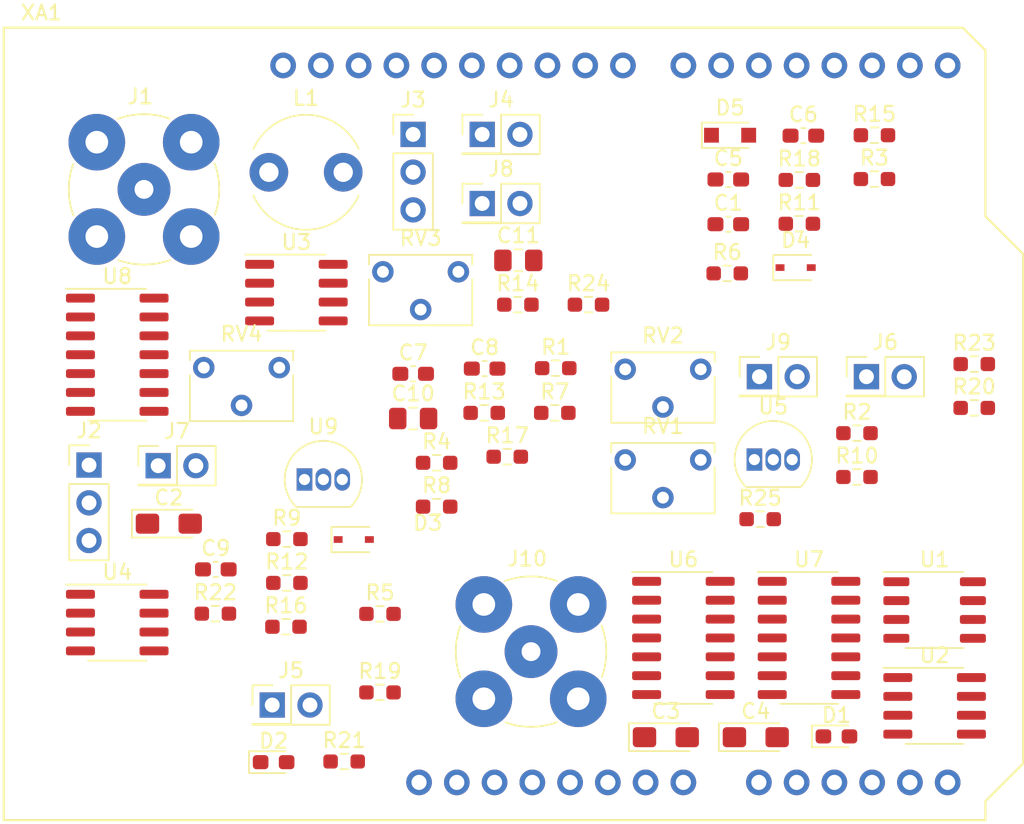
<source format=kicad_pcb>
(kicad_pcb (version 20211014) (generator pcbnew)
  (layers (0 "F.Cu" signal) (31 "B.Cu" signal) (36 "B.SilkS" user "B.Silkscreen") (37 "F.SilkS" user "F.Silkscreen") (38 "B.Mask" user) (39 "F.Mask" user) (44 "Edge.Cuts" user))
  (net 0 "")
  (net 1 "Net-(R17-Pad2)")
  (net 2 "Net-(D3-Pad2)")
  (net 3 "Net-(C5-Pad2)")
  (net 4 "Net-(C2-Pad2)")
  (net 5 "Net-(C2-Pad1)")
  (net 6 "Net-(C1-Pad2)")
  (net 7 "Net-(C1-Pad1)")
  (net 8 "GND")
  (net 9 "+5V")
  (net 10 "-5V")
  (net 11 "/5V_ARD")
  (net 12 "/+Vref")
  (net 13 "/-Vref")
  (net 14 "/Ограничитель")
  (net 15 "Net-(D5-Pad1)")
  (net 16 "/Усилитель")
  (net 17 "/Диод")
  (net 18 "Net-(D1-Pad1)")
  (net 19 "Net-(D2-Pad1)")
  (net 20 "/Фильтр")
  (net 21 "Net-(R4-Pad2)")
  (net 22 "Net-(R7-Pad2)")
  (net 23 "Net-(R9-Pad1)")
  (net 24 "Net-(R12-Pad1)")
  (net 25 "Net-(R14-Pad1)")
  (net 26 "Net-(R10-Pad2)")
  (net 27 "/Квантователь 2")
  (net 28 "Net-(R19-Pad2)")
  (net 29 "/Квантователь 4")
  (net 30 "Net-(R13-Pad1)")
  (net 31 "Net-(R21-Pad2)")
  (net 35 "/Вых.")
  (net 36 "Net-(U8-Pad3)")
  (net 37 "Net-(R16-Pad1)")
  (net 38 "Net-(R18-Pad2)")
  (net 39 "Net-(R23-Pad1)")
  (net 40 "Net-(R23-Pad2)")
  (net 68 "/5V вн. пит")
  (net 69 "Net-(J10-Pad2)")
  (footprint "Resistor_SMD:R_0603_1608Metric_Pad0.98x0.95mm_HandSolder" (layer "F.Cu") (at 132.32 36.77)
    (fp_text reference "R3" (at 0 -1.43) (layer "F.SilkS"))
    (fp_text value "510")
    (pad "1" smd roundrect (at -0.9125 0) (size 0.975 0.95) (layers "F.Cu" "F.Paste" "F.Mask") (net 8 "GND"))
    (pad "2" smd roundrect (at 0.9125 0) (size 0.975 0.95) (layers "F.Cu" "F.Paste" "F.Mask") (net 19 "Net-(D2-Pad1)"))
  )
  (footprint "Connector_PinHeader_2.54mm:PinHeader_1x03_P2.54mm_Vertical" (layer "F.Cu") (at 101.285 33.765)
    (fp_text reference "J3" (at 0 -2.33) (layer "F.SilkS"))
    (fp_text value "Conn_01x03")
    (pad "1" thru_hole rect (at 0 0) (size 1.7 1.7) (drill 1) (layers *.Cu *.Mask) (net 68 "/5V вн. пит"))
    (pad "2" thru_hole oval (at 0 2.54) (size 1.7 1.7) (drill 1) (layers *.Cu *.Mask) (net 9 "+5V"))
    (pad "3" thru_hole oval (at 0 5.08) (size 1.7 1.7) (drill 1) (layers *.Cu *.Mask) (net 11 "/5V_ARD"))
  )
  (footprint "Resistor_SMD:R_0603_1608Metric_Pad0.98x0.95mm_HandSolder" (layer "F.Cu") (at 131.145 56.825)
    (fp_text reference "R10" (at 0 -1.43) (layer "F.SilkS"))
    (fp_text value "10k")
    (pad "1" smd roundrect (at -0.9125 0) (size 0.975 0.95) (layers "F.Cu" "F.Paste" "F.Mask") (net 20 "/Фильтр"))
    (pad "2" smd roundrect (at 0.9125 0) (size 0.975 0.95) (layers "F.Cu" "F.Paste" "F.Mask") (net 26 "Net-(R10-Pad2)"))
  )
  (footprint "Package_SO:SOIC-8_3.9x4.9mm_P1.27mm" (layer "F.Cu") (at 136.37 72.23)
    (fp_text reference "U2" (at 0 -3.4) (layer "F.SilkS"))
    (fp_text value "NJM4580")
    (pad "1" smd roundrect (at -2.475 -1.905) (size 1.95 0.6) (layers "F.Cu" "F.Paste" "F.Mask") (net 16 "/Усилитель"))
    (pad "2" smd roundrect (at -2.475 -0.635) (size 1.95 0.6) (layers "F.Cu" "F.Paste" "F.Mask") (net 21 "Net-(R4-Pad2)"))
    (pad "3" smd roundrect (at -2.475 0.635) (size 1.95 0.6) (layers "F.Cu" "F.Paste" "F.Mask") (net 6 "Net-(C1-Pad2)"))
    (pad "4" smd roundrect (at -2.475 1.905) (size 1.95 0.6) (layers "F.Cu" "F.Paste" "F.Mask") (net 10 "-5V"))
    (pad "5" smd roundrect (at 2.475 1.905) (size 1.95 0.6) (layers "F.Cu" "F.Paste" "F.Mask") (net 2 "Net-(D3-Pad2)"))
    (pad "6" smd roundrect (at 2.475 0.635) (size 1.95 0.6) (layers "F.Cu" "F.Paste" "F.Mask") (net 14 "/Ограничитель"))
    (pad "7" smd roundrect (at 2.475 -0.635) (size 1.95 0.6) (layers "F.Cu" "F.Paste" "F.Mask") (net 14 "/Ограничитель"))
    (pad "8" smd roundrect (at 2.475 -1.905) (size 1.95 0.6) (layers "F.Cu" "F.Paste" "F.Mask") (net 9 "+5V"))
  )
  (footprint "Capacitor_Tantalum_SMD:CP_EIA-3216-18_Kemet-A_Pad1.58x1.35mm_HandSolder" (layer "F.Cu") (at 84.855 59.965)
    (fp_text reference "C2" (at 0 -1.75) (layer "F.SilkS"))
    (fp_text value "47u")
    (pad "1" smd roundrect (at -1.4375 0) (size 1.575 1.35) (layers "F.Cu" "F.Paste" "F.Mask") (roundrect_rratio 0.185185) (net 5 "Net-(C2-Pad1)"))
    (pad "2" smd roundrect (at 1.4375 0) (size 1.575 1.35) (layers "F.Cu" "F.Paste" "F.Mask") (roundrect_rratio 0.185185) (net 4 "Net-(C2-Pad2)"))
  )
  (footprint "Diode_SMD:D_SOD-323_HandSoldering" (layer "F.Cu") (at 122.61 33.82)
    (fp_text reference "D5" (at 0 -1.85) (layer "F.SilkS"))
    (fp_text value "BAV19")
    (pad "1" smd rect (at -1.25 0) (size 1 1) (layers "F.Cu" "F.Paste" "F.Mask") (net 15 "Net-(D5-Pad1)"))
    (pad "2" smd rect (at 1.25 0) (size 1 1) (layers "F.Cu" "F.Paste" "F.Mask") (net 14 "/Ограничитель"))
  )
  (footprint "Resistor_SMD:R_0603_1608Metric_Pad0.98x0.95mm_HandSolder" (layer "F.Cu") (at 127.27 36.83)
    (fp_text reference "R18" (at 0 -1.43) (layer "F.SilkS"))
    (fp_text value "10k")
    (pad "1" smd roundrect (at -0.9125 0) (size 0.975 0.95) (layers "F.Cu" "F.Paste" "F.Mask") (net 9 "+5V"))
    (pad "2" smd roundrect (at 0.9125 0) (size 0.975 0.95) (layers "F.Cu" "F.Paste" "F.Mask") (net 38 "Net-(R18-Pad2)"))
  )
  (footprint "Resistor_SMD:R_0603_1608Metric_Pad0.98x0.95mm_HandSolder" (layer "F.Cu") (at 92.795 63.955)
    (fp_text reference "R12" (at 0 -1.43) (layer "F.SilkS"))
    (fp_text value "1k")
    (pad "1" smd roundrect (at -0.9125 0) (size 0.975 0.95) (layers "F.Cu" "F.Paste" "F.Mask") (net 24 "Net-(R12-Pad1)"))
    (pad "2" smd roundrect (at 0.9125 0) (size 0.975 0.95) (layers "F.Cu" "F.Paste" "F.Mask") (net 12 "/+Vref"))
  )
  (footprint "Resistor_SMD:R_0603_1608Metric_Pad0.98x0.95mm_HandSolder" (layer "F.Cu") (at 122.42 43.12)
    (fp_text reference "R6" (at 0 -1.43) (layer "F.SilkS"))
    (fp_text value "10k")
    (pad "1" smd roundrect (at -0.9125 0) (size 0.975 0.95) (layers "F.Cu" "F.Paste" "F.Mask") (net 8 "GND"))
    (pad "2" smd roundrect (at 0.9125 0) (size 0.975 0.95) (layers "F.Cu" "F.Paste" "F.Mask") (net 15 "Net-(D5-Pad1)"))
  )
  (footprint "Inductor_THT:L_Radial_D7.5mm_P5.00mm_Fastron_07P" (layer "F.Cu") (at 91.585 36.315)
    (fp_text reference "L1" (at 2.5 -5) (layer "F.SilkS"))
    (fp_text value "L")
    (pad "1" thru_hole circle (at 0 0) (size 2.6 2.6) (drill 1.3) (layers *.Cu *.Mask) (net 3 "Net-(C5-Pad2)"))
    (pad "2" thru_hole circle (at 5 0) (size 2.6 2.6) (drill 1.3) (layers *.Cu *.Mask) (net 8 "GND"))
  )
  (footprint "Package_SO:SOIC-8_3.9x4.9mm_P1.27mm" (layer "F.Cu") (at 81.385 66.625)
    (fp_text reference "U4" (at 0 -3.4) (layer "F.SilkS"))
    (fp_text value "NJM4580")
    (pad "1" smd roundrect (at -2.475 -1.905) (size 1.95 0.6) (layers "F.Cu" "F.Paste" "F.Mask") (net 69 "Net-(J10-Pad2)"))
    (pad "2" smd roundrect (at -2.475 -0.635) (size 1.95 0.6) (layers "F.Cu" "F.Paste" "F.Mask") (net 69 "Net-(J10-Pad2)"))
    (pad "3" smd roundrect (at -2.475 0.635) (size 1.95 0.6) (layers "F.Cu" "F.Paste" "F.Mask") (net 35 "/Вых."))
    (pad "4" smd roundrect (at -2.475 1.905) (size 1.95 0.6) (layers "F.Cu" "F.Paste" "F.Mask") (net 8 "GND"))
    (pad "5" smd roundrect (at 2.475 1.905) (size 1.95 0.6) (layers "F.Cu" "F.Paste" "F.Mask"))
    (pad "6" smd roundrect (at 2.475 0.635) (size 1.95 0.6) (layers "F.Cu" "F.Paste" "F.Mask"))
    (pad "7" smd roundrect (at 2.475 -0.635) (size 1.95 0.6) (layers "F.Cu" "F.Paste" "F.Mask"))
    (pad "8" smd roundrect (at 2.475 -1.905) (size 1.95 0.6) (layers "F.Cu" "F.Paste" "F.Mask") (net 9 "+5V"))
  )
  (footprint "Resistor_SMD:R_0603_1608Metric_Pad0.98x0.95mm_HandSolder" (layer "F.Cu") (at 110.82 52.51)
    (fp_text reference "R7" (at 0 -1.43) (layer "F.SilkS"))
    (fp_text value "5.1k")
    (pad "1" smd roundrect (at -0.9125 0) (size 0.975 0.95) (layers "F.Cu" "F.Paste" "F.Mask") (net 17 "/Диод"))
    (pad "2" smd roundrect (at 0.9125 0) (size 0.975 0.95) (layers "F.Cu" "F.Paste" "F.Mask") (net 22 "Net-(R7-Pad2)"))
  )
  (footprint "Resistor_SMD:R_0603_1608Metric_Pad0.98x0.95mm_HandSolder" (layer "F.Cu") (at 92.735 66.905)
    (fp_text reference "R16" (at 0 -1.43) (layer "F.SilkS"))
    (fp_text value "240")
    (pad "1" smd roundrect (at -0.9125 0) (size 0.975 0.95) (layers "F.Cu" "F.Paste" "F.Mask") (net 37 "Net-(R16-Pad1)"))
    (pad "2" smd roundrect (at 0.9125 0) (size 0.975 0.95) (layers "F.Cu" "F.Paste" "F.Mask") (net 12 "/+Vref"))
  )
  (footprint "Package_SO:SOIC-14_3.9x8.7mm_P1.27mm" (layer "F.Cu") (at 81.385 48.595)
    (fp_text reference "U8" (at 0 -5.28) (layer "F.SilkS"))
    (fp_text value "74HC86")
    (pad "1" smd roundrect (at -2.475 -3.81) (size 1.95 0.6) (layers "F.Cu" "F.Paste" "F.Mask") (net 1 "Net-(R17-Pad2)"))
    (pad "2" smd roundrect (at -2.475 -2.54) (size 1.95 0.6) (layers "F.Cu" "F.Paste" "F.Mask") (net 38 "Net-(R18-Pad2)"))
    (pad "3" smd roundrect (at -2.475 -1.27) (size 1.95 0.6) (layers "F.Cu" "F.Paste" "F.Mask") (net 36 "Net-(U8-Pad3)"))
    (pad "4" smd roundrect (at -2.475 0) (size 1.95 0.6) (layers "F.Cu" "F.Paste" "F.Mask") (net 36 "Net-(U8-Pad3)"))
    (pad "5" smd roundrect (at -2.475 1.27) (size 1.95 0.6) (layers "F.Cu" "F.Paste" "F.Mask") (net 28 "Net-(R19-Pad2)"))
    (pad "6" smd roundrect (at -2.475 2.54) (size 1.95 0.6) (layers "F.Cu" "F.Paste" "F.Mask") (net 40 "Net-(R23-Pad2)"))
    (pad "7" smd roundrect (at -2.475 3.81) (size 1.95 0.6) (layers "F.Cu" "F.Paste" "F.Mask") (net 8 "GND"))
    (pad "8" smd roundrect (at 2.475 3.81) (size 1.95 0.6) (layers "F.Cu" "F.Paste" "F.Mask"))
    (pad "9" smd roundrect (at 2.475 2.54) (size 1.95 0.6) (layers "F.Cu" "F.Paste" "F.Mask"))
    (pad "10" smd roundrect (at 2.475 1.27) (size 1.95 0.6) (layers "F.Cu" "F.Paste" "F.Mask"))
    (pad "11" smd roundrect (at 2.475 0) (size 1.95 0.6) (layers "F.Cu" "F.Paste" "F.Mask"))
    (pad "12" smd roundrect (at 2.475 -1.27) (size 1.95 0.6) (layers "F.Cu" "F.Paste" "F.Mask"))
    (pad "13" smd roundrect (at 2.475 -2.54) (size 1.95 0.6) (layers "F.Cu" "F.Paste" "F.Mask"))
    (pad "14" smd roundrect (at 2.475 -3.81) (size 1.95 0.6) (layers "F.Cu" "F.Paste" "F.Mask") (net 9 "+5V"))
  )
  (footprint "Capacitor_SMD:C_0603_1608Metric_Pad1.08x0.95mm_HandSolder" (layer "F.Cu") (at 88.015 63.045)
    (fp_text reference "C9" (at 0 -1.43) (layer "F.SilkS"))
    (fp_text value "1n")
    (pad "1" smd roundrect (at -0.8625 0) (size 1.075 0.95) (layers "F.Cu" "F.Paste" "F.Mask") (net 8 "GND"))
    (pad "2" smd roundrect (at 0.8625 0) (size 1.075 0.95) (layers "F.Cu" "F.Paste" "F.Mask") (net 10 "-5V"))
  )
  (footprint "Connector_PinHeader_2.54mm:PinHeader_2x01_P2.54mm_Vertical" (layer "F.Cu") (at 91.81 72.175)
    (fp_text reference "J5" (at 1.27 -2.33) (layer "F.SilkS"))
    (fp_text value "Conn_02x01")
    (pad "1" thru_hole rect (at 0 0) (size 1.7 1.7) (drill 1) (layers *.Cu *.Mask) (net 14 "/Ограничитель"))
    (pad "2" thru_hole oval (at 2.54 0) (size 1.7 1.7) (drill 1) (layers *.Cu *.Mask) (net 35 "/Вых."))
  )
  (footprint "Package_TO_SOT_THT:TO-92_Inline" (layer "F.Cu") (at 124.245 55.655)
    (fp_text reference "U5" (at 1.27 -3.56) (layer "F.SilkS"))
    (fp_text value "LM317LZ_TO92")
    (pad "1" thru_hole rect (at 0 0) (size 1.05 1.5) (drill 0.75) (layers *.Cu *.Mask) (net 37 "Net-(R16-Pad1)"))
    (pad "2" thru_hole oval (at 1.27 0) (size 1.05 1.5) (drill 0.75) (layers *.Cu *.Mask) (net 12 "/+Vref"))
    (pad "3" thru_hole oval (at 2.54 0) (size 1.05 1.5) (drill 0.75) (layers *.Cu *.Mask) (net 9 "+5V"))
  )
  (footprint "Resistor_SMD:R_0603_1608Metric_Pad0.98x0.95mm_HandSolder" (layer "F.Cu") (at 124.635 59.665)
    (fp_text reference "R25" (at 0 -1.43) (layer "F.SilkS"))
    (fp_text value "2k")
    (pad "1" smd roundrect (at -0.9125 0) (size 0.975 0.95) (layers "F.Cu" "F.Paste" "F.Mask") (net 39 "Net-(R23-Pad1)"))
    (pad "2" smd roundrect (at 0.9125 0) (size 0.975 0.95) (layers "F.Cu" "F.Paste" "F.Mask") (net 8 "GND"))
  )
  (footprint "Resistor_SMD:R_0603_1608Metric_Pad0.98x0.95mm_HandSolder" (layer "F.Cu") (at 132.32 33.82)
    (fp_text reference "R15" (at 0 -1.43) (layer "F.SilkS"))
    (fp_text value "1k")
    (pad "1" smd roundrect (at -0.9125 0) (size 0.975 0.95) (layers "F.Cu" "F.Paste" "F.Mask") (net 13 "/-Vref"))
    (pad "2" smd roundrect (at 0.9125 0) (size 0.975 0.95) (layers "F.Cu" "F.Paste" "F.Mask") (net 25 "Net-(R14-Pad1)"))
  )
  (footprint "Resistor_SMD:R_0603_1608Metric_Pad0.98x0.95mm_HandSolder" (layer "F.Cu") (at 108.335 45.225)
    (fp_text reference "R14" (at 0 -1.43) (layer "F.SilkS"))
    (fp_text value "2k")
    (pad "1" smd roundrect (at -0.9125 0) (size 0.975 0.95) (layers "F.Cu" "F.Paste" "F.Mask") (net 25 "Net-(R14-Pad1)"))
    (pad "2" smd roundrect (at 0.9125 0) (size 0.975 0.95) (layers "F.Cu" "F.Paste" "F.Mask") (net 30 "Net-(R13-Pad1)"))
  )
  (footprint "Potentiometer_THT:Potentiometer_Bourns_3266W_Vertical" (layer "F.Cu") (at 120.635 49.575)
    (fp_text reference "RV2" (at -2.54 -2.27) (layer "F.SilkS"))
    (fp_text value "10k")
    (pad "1" thru_hole circle (at 0 0) (size 1.44 1.44) (drill 0.8) (layers *.Cu *.Mask) (net 23 "Net-(R9-Pad1)"))
    (pad "2" thru_hole circle (at -2.54 2.54) (size 1.44 1.44) (drill 0.8) (layers *.Cu *.Mask) (net 3 "Net-(C5-Pad2)"))
    (pad "3" thru_hole circle (at -5.08 0) (size 1.44 1.44) (drill 0.8) (layers *.Cu *.Mask) (net 3 "Net-(C5-Pad2)"))
  )
  (footprint "Connector_Coaxial:BNC_TEConnectivity_1478204_Vertical" (layer "F.Cu") (at 109.22 68.58)
    (fp_text reference "J10" (at -0.25 -6.25) (layer "F.SilkS"))
    (fp_text value "Conn_Coaxial")
    (pad "1" thru_hole circle (at 0 0) (size 3.556 3.556) (drill 1.27) (layers *.Cu *.Mask) (net 8 "GND"))
    (pad "2" thru_hole circle (at 3.175 -3.175) (size 3.81 3.81) (drill 1.524) (layers *.Cu *.Mask) (net 69 "Net-(J10-Pad2)"))
    (pad "2" thru_hole circle (at -3.175 3.175) (size 3.81 3.81) (drill 1.524) (layers *.Cu *.Mask) (net 69 "Net-(J10-Pad2)"))
    (pad "2" thru_hole circle (at -3.175 -3.175) (size 3.81 3.81) (drill 1.524) (layers *.Cu *.Mask) (net 69 "Net-(J10-Pad2)"))
    (pad "2" thru_hole circle (at 3.175 3.175) (size 3.81 3.81) (drill 1.524) (layers *.Cu *.Mask) (net 69 "Net-(J10-Pad2)"))
  )
  (footprint "Package_TO_SOT_THT:TO-92_Inline" (layer "F.Cu") (at 93.98 56.995)
    (fp_text reference "U9" (at 1.27 -3.56) (layer "F.SilkS"))
    (fp_text value "LM337L_TO92")
    (pad "1" thru_hole rect (at 0 0) (size 1.05 1.5) (drill 0.75) (layers *.Cu *.Mask) (net 31 "Net-(R21-Pad2)"))
    (pad "2" thru_hole oval (at 1.27 0) (size 1.05 1.5) (drill 0.75) (layers *.Cu *.Mask) (net 13 "/-Vref"))
    (pad "3" thru_hole oval (at 2.54 0) (size 1.05 1.5) (drill 0.75) (layers *.Cu *.Mask) (net 10 "-5V"))
  )
  (footprint "Resistor_SMD:R_0603_1608Metric_Pad0.98x0.95mm_HandSolder" (layer "F.Cu") (at 110.88 49.5)
    (fp_text reference "R1" (at 0 -1.43) (layer "F.SilkS"))
    (fp_text value "100k")
    (pad "1" smd roundrect (at -0.9125 0) (size 0.975 0.95) (layers "F.Cu" "F.Paste" "F.Mask") (net 8 "GND"))
    (pad "2" smd roundrect (at 0.9125 0) (size 0.975 0.95) (layers "F.Cu" "F.Paste" "F.Mask") (net 6 "Net-(C1-Pad2)"))
  )
  (footprint "Resistor_SMD:R_0603_1608Metric_Pad0.98x0.95mm_HandSolder" (layer "F.Cu") (at 92.795 61.005)
    (fp_text reference "R9" (at 0 -1.43) (layer "F.SilkS"))
    (fp_text value "10k")
    (pad "1" smd roundrect (at -0.9125 0) (size 0.975 0.95) (layers "F.Cu" "F.Paste" "F.Mask") (net 23 "Net-(R9-Pad1)"))
    (pad "2" smd roundrect (at 0.9125 0) (size 0.975 0.95) (layers "F.Cu" "F.Paste" "F.Mask") (net 17 "/Диод"))
  )
  (footprint "Capacitor_Tantalum_SMD:CP_EIA-3216-18_Kemet-A_Pad1.58x1.35mm_HandSolder" (layer "F.Cu") (at 124.34 74.34)
    (fp_text reference "C4" (at 0 -1.75) (layer "F.SilkS"))
    (fp_text value "47u")
    (pad "1" smd roundrect (at -1.4375 0) (size 1.575 1.35) (layers "F.Cu" "F.Paste" "F.Mask") (roundrect_rratio 0.185185) (net 9 "+5V"))
    (pad "2" smd roundrect (at 1.4375 0) (size 1.575 1.35) (layers "F.Cu" "F.Paste" "F.Mask") (roundrect_rratio 0.185185) (net 8 "GND"))
  )
  (footprint "Resistor_SMD:R_0603_1608Metric_Pad0.98x0.95mm_HandSolder" (layer "F.Cu") (at 113.085 45.225)
    (fp_text reference "R24" (at 0 -1.43) (layer "F.SilkS"))
    (fp_text value "1k")
    (pad "1" smd roundrect (at -0.9125 0) (size 0.975 0.95) (layers "F.Cu" "F.Paste" "F.Mask") (net 29 "/Квантователь 4"))
    (pad "2" smd roundrect (at 0.9125 0) (size 0.975 0.95) (layers "F.Cu" "F.Paste" "F.Mask") (net 39 "Net-(R23-Pad1)"))
  )
  (footprint "Capacitor_SMD:C_0805_2012Metric_Pad1.18x1.45mm_HandSolder" (layer "F.Cu") (at 101.29 52.89)
    (fp_text reference "C10" (at 0 -1.68) (layer "F.SilkS"))
    (fp_text value "10u")
    (pad "1" smd roundrect (at -1.0375 0) (size 1.175 1.45) (layers "F.Cu" "F.Paste" "F.Mask") (roundrect_rratio 0.212766) (net 12 "/+Vref"))
    (pad "2" smd roundrect (at 1.0375 0) (size 1.175 1.45) (layers "F.Cu" "F.Paste" "F.Mask") (roundrect_rratio 0.212766) (net 8 "GND"))
  )
  (footprint "Capacitor_SMD:C_0603_1608Metric_Pad1.08x0.95mm_HandSolder" (layer "F.Cu") (at 101.29 49.88)
    (fp_text reference "C7" (at 0 -1.43) (layer "F.SilkS"))
    (fp_text value "1n")
    (pad "1" smd roundrect (at -0.8625 0) (size 1.075 0.95) (layers "F.Cu" "F.Paste" "F.Mask") (net 8 "GND"))
    (pad "2" smd roundrect (at 0.8625 0) (size 1.075 0.95) (layers "F.Cu" "F.Paste" "F.Mask") (net 10 "-5V"))
  )
  (footprint "Package_SO:SOIC-14_3.9x8.7mm_P1.27mm" (layer "F.Cu") (at 127.92 67.66)
    (fp_text reference "U7" (at 0 -5.28) (layer "F.SilkS"))
    (fp_text value "LM119D")
    (pad "1" smd roundrect (at -2.475 -3.81) (size 1.95 0.6) (layers "F.Cu" "F.Paste" "F.Mask"))
    (pad "2" smd roundrect (at -2.475 -2.54) (size 1.95 0.6) (layers "F.Cu" "F.Paste" "F.Mask"))
    (pad "3" smd roundrect (at -2.475 -1.27) (size 1.95 0.6) (layers "F.Cu" "F.Paste" "F.Mask") (net 8 "GND"))
    (pad "4" smd roundrect (at -2.475 0) (size 1.95 0.6) (layers "F.Cu" "F.Paste" "F.Mask") (net 20 "/Фильтр"))
    (pad "5" smd roundrect (at -2.475 1.27) (size 1.95 0.6) (layers "F.Cu" "F.Paste" "F.Mask") (net 25 "Net-(R14-Pad1)"))
    (pad "6" smd roundrect (at -2.475 2.54) (size 1.95 0.6) (layers "F.Cu" "F.Paste" "F.Mask") (net 10 "-5V"))
    (pad "7" smd roundrect (at -2.475 3.81) (size 1.95 0.6) (layers "F.Cu" "F.Paste" "F.Mask") (net 27 "/Квантователь 2"))
    (pad "8" smd roundrect (at 2.475 3.81) (size 1.95 0.6) (layers "F.Cu" "F.Paste" "F.Mask") (net 8 "GND"))
    (pad "9" smd roundrect (at 2.475 2.54) (size 1.95 0.6) (layers "F.Cu" "F.Paste" "F.Mask") (net 20 "/Фильтр"))
    (pad "10" smd roundrect (at 2.475 1.27) (size 1.95 0.6) (layers "F.Cu" "F.Paste" "F.Mask") (net 8 "GND"))
    (pad "11" smd roundrect (at 2.475 0) (size 1.95 0.6) (layers "F.Cu" "F.Paste" "F.Mask") (net 9 "+5V"))
    (pad "12" smd roundrect (at 2.475 -1.27) (size 1.95 0.6) (layers "F.Cu" "F.Paste" "F.Mask") (net 28 "Net-(R19-Pad2)"))
    (pad "13" smd roundrect (at 2.475 -2.54) (size 1.95 0.6) (layers "F.Cu" "F.Paste" "F.Mask"))
    (pad "14" smd roundrect (at 2.475 -3.81) (size 1.95 0.6) (layers "F.Cu" "F.Paste" "F.Mask"))
  )
  (footprint "Package_SO:SO-8_3.9x4.9mm_P1.27mm" (layer "F.Cu") (at 136.37 65.78)
    (fp_text reference "U1" (at 0 -3.4) (layer "F.SilkS"))
    (fp_text value "ICL7660")
    (pad "1" smd roundrect (at -2.575 -1.905) (size 1.75 0.6) (layers "F.Cu" "F.Paste" "F.Mask"))
    (pad "2" smd roundrect (at -2.575 -0.635) (size 1.75 0.6) (layers "F.Cu" "F.Paste" "F.Mask") (net 5 "Net-(C2-Pad1)"))
    (pad "3" smd roundrect (at -2.575 0.635) (size 1.75 0.6) (layers "F.Cu" "F.Paste" "F.Mask") (net 8 "GND"))
    (pad "4" smd roundrect (at -2.575 1.905) (size 1.75 0.6) (layers "F.Cu" "F.Paste" "F.Mask") (net 4 "Net-(C2-Pad2)"))
    (pad "5" smd roundrect (at 2.575 1.905) (size 1.75 0.6) (layers "F.Cu" "F.Paste" "F.Mask") (net 10 "-5V"))
    (pad "6" smd roundrect (at 2.575 0.635) (size 1.75 0.6) (layers "F.Cu" "F.Paste" "F.Mask"))
    (pad "7" smd roundrect (at 2.575 -0.635) (size 1.75 0.6) (layers "F.Cu" "F.Paste" "F.Mask"))
    (pad "8" smd roundrect (at 2.575 -1.905) (size 1.75 0.6) (layers "F.Cu" "F.Paste" "F.Mask") (net 11 "/5V_ARD"))
  )
  (footprint "Diode_SMD:D_SOD-323" (layer "F.Cu") (at 127.02 42.73)
    (fp_text reference "D4" (at 0 -1.85) (layer "F.SilkS"))
    (fp_text value "BAV19")
    (pad "1" smd rect (at -1.05 0) (size 0.6 0.45) (layers "F.Cu" "F.Paste" "F.Mask") (net 2 "Net-(D3-Pad2)"))
    (pad "2" smd rect (at 1.05 0) (size 0.6 0.45) (layers "F.Cu" "F.Paste" "F.Mask") (net 13 "/-Vref"))
  )
  (footprint "Capacitor_SMD:C_0603_1608Metric_Pad1.08x0.95mm_HandSolder" (layer "F.Cu") (at 106.1 49.53)
    (fp_text reference "C8" (at 0 -1.43) (layer "F.SilkS"))
    (fp_text value "1n")
    (pad "1" smd roundrect (at -0.8625 0) (size 1.075 0.95) (layers "F.Cu" "F.Paste" "F.Mask") (net 9 "+5V"))
    (pad "2" smd roundrect (at 0.8625 0) (size 1.075 0.95) (layers "F.Cu" "F.Paste" "F.Mask") (net 8 "GND"))
  )
  (footprint "Resistor_SMD:R_0603_1608Metric_Pad0.98x0.95mm_HandSolder" (layer "F.Cu") (at 102.87 58.82)
    (fp_text reference "R8" (at 0 -1.43) (layer "F.SilkS"))
    (fp_text value "10k")
    (pad "1" smd roundrect (at -0.9125 0) (size 0.975 0.95) (layers "F.Cu" "F.Paste" "F.Mask") (net 22 "Net-(R7-Pad2)"))
    (pad "2" smd roundrect (at 0.9125 0) (size 0.975 0.95) (layers "F.Cu" "F.Paste" "F.Mask") (net 8 "GND"))
  )
  (footprint "Arduino:Arduino_101_Shield_No_SPI" (layer "F.Cu") (at 73.7475 79.9225)
    (fp_text reference "XA1" (at 2.54 -54.356) (layer "F.SilkS"))
    (fp_text value "Arduino_101_Shield_No_SPI")
    (pad "3V3" thru_hole oval (at 35.56 -2.54) (size 1.7272 1.7272) (drill 1.016) (layers *.Cu *.Mask))
    (pad "5V1" thru_hole oval (at 38.1 -2.54) (size 1.7272 1.7272) (drill 1.016) (layers *.Cu *.Mask) (net 11 "/5V_ARD"))
    (pad "A0" thru_hole oval (at 50.8 -2.54) (size 1.7272 1.7272) (drill 1.016) (layers *.Cu *.Mask))
    (pad "A1" thru_hole oval (at 53.34 -2.54) (size 1.7272 1.7272) (drill 1.016) (layers *.Cu *.Mask))
    (pad "A2" thru_hole oval (at 55.88 -2.54) (size 1.7272 1.7272) (drill 1.016) (layers *.Cu *.Mask))
    (pad "A3" thru_hole oval (at 58.42 -2.54) (size 1.7272 1.7272) (drill 1.016) (layers *.Cu *.Mask))
    (pad "A4" thru_hole oval (at 60.96 -2.54) (size 1.7272 1.7272) (drill 1.016) (layers *.Cu *.Mask))
    (pad "A5" thru_hole oval (at 63.5 -2.54) (size 1.7272 1.7272) (drill 1.016) (layers *.Cu *.Mask))
    (pad "AREF" thru_hole oval (at 23.876 -50.8) (size 1.7272 1.7272) (drill 1.016) (layers *.Cu *.Mask))
    (pad "ATN" thru_hole oval (at 27.94 -2.54) (size 1.7272 1.7272) (drill 1.016) (layers *.Cu *.Mask))
    (pad "D0" thru_hole oval (at 63.5 -50.8) (size 1.7272 1.7272) (drill 1.016) (layers *.Cu *.Mask))
    (pad "D1" thru_hole oval (at 60.96 -50.8) (size 1.7272 1.7272) (drill 1.016) (layers *.Cu *.Mask))
    (pad "D2" thru_hole oval (at 58.42 -50.8) (size 1.7272 1.7272) (drill 1.016) (layers *.Cu *.Mask))
    (pad "D3" thru_hole oval (at 55.88 -50.8) (size 1.7272 1.7272) (drill 1.016) (layers *.Cu *.Mask))
    (pad "D4" thru_hole oval (at 53.34 -50.8) (size 1.7272 1.7272) (drill 1.016) (layers *.Cu *.Mask))
    (pad "D5" thru_hole oval (at 50.8 -50.8) (size 1.7272 1.7272) (drill 1.016) (layers *.Cu *.Mask))
    (pad "D6" thru_hole oval (at 48.26 -50.8) (size 1.7272 1.7272) (drill 1.016) (layers *.Cu *.Mask))
    (pad "D7" thru_hole oval (at 45.72 -50.8) (size 1.7272 1.7272) (drill 1.016) (layers *.Cu *.Mask))
    (pad "D8" thru_hole oval (at 41.656 -50.8) (size 1.7272 1.7272) (drill 1.016) (layers *.Cu *.Mask))
    (pad "D9" thru_hole oval (at 39.116 -50.8) (size 1.7272 1.7272) (drill 1.016) (layers *.Cu *.Mask))
    (pad "D10" thru_hole oval (at 36.576 -50.8) (size 1.7272 1.7272) (drill 1.016) (layers *.Cu *.Mask))
    (pad "D11" thru_hole oval (at 34.036 -50.8) (size 1.7272 1.7272) (drill 1.016) (layers *.Cu *.Mask))
    (pad "D12" thru_hole oval (at 31.496 -50.8) (size 1.7272 1.7272) (drill 1.016) (layers *.Cu *.Mask))
    (pad "D13" thru_hole oval (at 28.956 -50.8) (size 1.7272 1.7272) (drill 1.016) (layers *.Cu *.Mask))
    (pad "GND1" thru_hole oval (at 26.416 -50.8) (size 1.7272 1.7272) (drill 1.016) (layers *.Cu *.Mask) (net 8 "GND"))
    (pad "GND2" thru_hole oval (at 40.64 -2.54) (size 1.7272 1.7272) (drill 1.016) (layers *.Cu *.Mask) (net 8 "GND"))
    (pad "GND3" thru_hole oval (at 43.18 -2.54) (size 1.7272 1.7272) (drill 1.016) (layers *.Cu *.Mask) (net 8 "GND"))
    (pad "IORF" thru_hole oval (at 30.48 -2.54) (size 1.7272 1.7272) (drill 1.016) (layers *.Cu *.Mask) (net 11 "/5V_ARD"))
    (pad "RST1" thru_hole oval (at 33.02 -2.54) (size 1.7272 1.7272) (drill 1.016) (layers *.Cu *.Mask))
    (pad "SCL" thru_hole oval (at 18.796 -50.8) (size 1.7272 1.7272) (drill 1.016) (layers *.Cu *.Mask))
    (pad "SDA" thru_hole oval (at 21.336 -50.8) (size 1.7272 1.7272) (drill 1.016) (layers *.Cu *.Mask))
    (pad "VIN" thru_hole oval (at 45.72 -2.54) (size 1.7272 1.7272) (drill 1.016) (layers *.Cu *.Mask))
  )
  (footprint "Connector_PinHeader_2.54mm:PinHeader_2x01_P2.54mm_Vertical" (layer "F.Cu") (at 84.135 56.065)
    (fp_text reference "J7" (at 1.27 -2.33) (layer "F.SilkS"))
    (fp_text value "Conn_02x01")
    (pad "1" thru_hole rect (at 0 0) (size 1.7 1.7) (drill 1) (layers *.Cu *.Mask) (net 20 "/Фильтр"))
    (pad "2" thru_hole oval (at 2.54 0) (size 1.7 1.7) (drill 1) (layers *.Cu *.Mask) (net 35 "/Вых."))
  )
  (footprint "LED_SMD:LED_0603_1608Metric_Pad1.05x0.95mm_HandSolder" (layer "F.Cu") (at 91.905 76.02)
    (fp_text reference "D2" (at 0 -1.43) (layer "F.SilkS"))
    (fp_text value "LED")
    (pad "1" smd roundrect (at -0.875 0) (size 1.05 0.95) (layers "F.Cu" "F.Paste" "F.Mask") (net 19 "Net-(D2-Pad1)"))
    (pad "2" smd roundrect (at 0.875 0) (size 1.05 0.95) (layers "F.Cu" "F.Paste" "F.Mask") (net 11 "/5V_ARD"))
  )
  (footprint "Connector_PinHeader_2.54mm:PinHeader_2x01_P2.54mm_Vertical" (layer "F.Cu") (at 124.585 50.075)
    (fp_text reference "J9" (at 1.27 -2.33) (layer "F.SilkS"))
    (fp_text value "Conn_02x01")
    (pad "1" thru_hole rect (at 0 0) (size 1.7 1.7) (drill 1) (layers *.Cu *.Mask) (net 29 "/Квантователь 4"))
    (pad "2" thru_hole oval (at 2.54 0) (size 1.7 1.7) (drill 1) (layers *.Cu *.Mask) (net 35 "/Вых."))
  )
  (footprint "Capacitor_SMD:C_0603_1608Metric_Pad1.08x0.95mm_HandSolder" (layer "F.Cu") (at 127.54 33.85)
    (fp_text reference "C6" (at 0 -1.43) (layer "F.SilkS"))
    (fp_text value "1n")
    (pad "1" smd roundrect (at -0.8625 0) (size 1.075 0.95) (layers "F.Cu" "F.Paste" "F.Mask") (net 9 "+5V"))
    (pad "2" smd roundrect (at 0.8625 0) (size 1.075 0.95) (layers "F.Cu" "F.Paste" "F.Mask") (net 8 "GND"))
  )
  (footprint "Connector_PinHeader_2.54mm:PinHeader_1x03_P2.54mm_Vertical" (layer "F.Cu") (at 79.485 56.025)
    (fp_text reference "J2" (at 0 -2.33) (layer "F.SilkS"))
    (fp_text value "WF-3")
    (pad "1" thru_hole rect (at 0 0) (size 1.7 1.7) (drill 1) (layers *.Cu *.Mask) (net 10 "-5V"))
    (pad "2" thru_hole oval (at 0 2.54) (size 1.7 1.7) (drill 1) (layers *.Cu *.Mask) (net 8 "GND"))
    (pad "3" thru_hole oval (at 0 5.08) (size 1.7 1.7) (drill 1) (layers *.Cu *.Mask) (net 68 "/5V вн. пит"))
  )
  (footprint "Connector_PinHeader_2.54mm:PinHeader_2x01_P2.54mm_Vertical" (layer "F.Cu") (at 131.785 50.075)
    (fp_text reference "J6" (at 1.27 -2.33) (layer "F.SilkS"))
    (fp_text value "Conn_02x01")
    (pad "1" thru_hole rect (at 0 0) (size 1.7 1.7) (drill 1) (layers *.Cu *.Mask) (net 17 "/Диод"))
    (pad "2" thru_hole oval (at 2.54 0) (size 1.7 1.7) (drill 1) (layers *.Cu *.Mask) (net 35 "/Вых."))
  )
  (footprint "Resistor_SMD:R_0603_1608Metric_Pad0.98x0.95mm_HandSolder" (layer "F.Cu") (at 127.27 39.78)
    (fp_text reference "R11" (at 0 -1.43) (layer "F.SilkS"))
    (fp_text value "10k")
    (pad "1" smd roundrect (at -0.9125 0) (size 0.975 0.95) (layers "F.Cu" "F.Paste" "F.Mask") (net 26 "Net-(R10-Pad2)"))
    (pad "2" smd roundrect (at 0.9125 0) (size 0.975 0.95) (layers "F.Cu" "F.Paste" "F.Mask") (net 8 "GND"))
  )
  (footprint "Capacitor_SMD:C_0603_1608Metric_Pad1.08x0.95mm_HandSolder" (layer "F.Cu") (at 122.49 39.81)
    (fp_text reference "C1" (at 0 -1.43) (layer "F.SilkS"))
    (fp_text value "1n")
    (pad "1" smd roundrect (at -0.8625 0) (size 1.075 0.95) (layers "F.Cu" "F.Paste" "F.Mask") (net 7 "Net-(C1-Pad1)"))
    (pad "2" smd roundrect (at 0.8625 0) (size 1.075 0.95) (layers "F.Cu" "F.Paste" "F.Mask") (net 6 "Net-(C1-Pad2)"))
  )
  (footprint "Connector_Coaxial:BNC_TEConnectivity_1478204_Vertical" (layer "F.Cu") (at 83.185 37.465)
    (fp_text reference "J1" (at -0.25 -6.25) (layer "F.SilkS"))
    (fp_text value "Conn_Coaxial")
    (pad "1" thru_hole circle (at 0 0) (size 3.556 3.556) (drill 1.27) (layers *.Cu *.Mask) (net 7 "Net-(C1-Pad1)"))
    (pad "2" thru_hole circle (at -3.175 -3.175) (size 3.81 3.81) (drill 1.524) (layers *.Cu *.Mask) (net 8 "GND"))
    (pad "2" thru_hole circle (at 3.175 3.175) (size 3.81 3.81) (drill 1.524) (layers *.Cu *.Mask) (net 8 "GND"))
    (pad "2" thru_hole circle (at -3.175 3.175) (size 3.81 3.81) (drill 1.524) (layers *.Cu *.Mask) (net 8 "GND"))
    (pad "2" thru_hole circle (at 3.175 -3.175) (size 3.81 3.81) (drill 1.524) (layers *.Cu *.Mask) (net 8 "GND"))
  )
  (footprint "Capacitor_Tantalum_SMD:CP_EIA-3216-18_Kemet-A_Pad1.58x1.35mm_HandSolder" (layer "F.Cu") (at 118.29 74.34)
    (fp_text reference "C3" (at 0 -1.75) (layer "F.SilkS"))
    (fp_text value "47u")
    (pad "1" smd roundrect (at -1.4375 0) (size 1.575 1.35) (layers "F.Cu" "F.Paste" "F.Mask") (roundrect_rratio 0.185185) (net 8 "GND"))
    (pad "2" smd roundrect (at 1.4375 0) (size 1.575 1.35) (layers "F.Cu" "F.Paste" "F.Mask") (roundrect_rratio 0.185185) (net 10 "-5V"))
  )
  (footprint "Resistor_SMD:R_0603_1608Metric_Pad0.98x0.95mm_HandSolder" (layer "F.Cu") (at 99.06 66.04)
    (fp_text reference "R5" (at 0 -1.43) (layer "F.SilkS"))
    (fp_text value "500")
    (pad "1" smd roundrect (at -0.9125 0) (size 0.975 0.95) (layers "F.Cu" "F.Paste" "F.Mask") (net 2 "Net-(D3-Pad2)"))
    (pad "2" smd roundrect (at 0.9125 0) (size 0.975 0.95) (layers "F.Cu" "F.Paste" "F.Mask") (net 16 "/Усилитель"))
  )
  (footprint "Resistor_SMD:R_0603_1608Metric_Pad0.98x0.95mm_HandSolder" (layer "F.Cu") (at 87.985 66.025)
    (fp_text reference "R22" (at 0 -1.43) (layer "F.SilkS"))
    (fp_text value "2k")
    (pad "1" smd roundrect (at -0.9125 0) (size 0.975 0.95) (layers "F.Cu" "F.Paste" "F.Mask") (net 29 "/Квантователь 4"))
    (pad "2" smd roundrect (at 0.9125 0) (size 0.975 0.95) (layers "F.Cu" "F.Paste" "F.Mask") (net 38 "Net-(R18-Pad2)"))
  )
  (footprint "Resistor_SMD:R_0603_1608Metric_Pad0.98x0.95mm_HandSolder" (layer "F.Cu") (at 102.87 55.87)
    (fp_text reference "R4" (at 0 -1.43) (layer "F.SilkS"))
    (fp_text value "1k")
    (pad "1" smd roundrect (at -0.9125 0) (size 0.975 0.95) (layers "F.Cu" "F.Paste" "F.Mask") (net 8 "GND"))
    (pad "2" smd roundrect (at 0.9125 0) (size 0.975 0.95) (layers "F.Cu" "F.Paste" "F.Mask") (net 21 "Net-(R4-Pad2)"))
  )
  (footprint "Resistor_SMD:R_0603_1608Metric_Pad0.98x0.95mm_HandSolder" (layer "F.Cu") (at 139.035 49.225)
    (fp_text reference "R23" (at 0 -1.43) (layer "F.SilkS"))
    (fp_text value "2k")
    (pad "1" smd roundrect (at -0.9125 0) (size 0.975 0.95) (layers "F.Cu" "F.Paste" "F.Mask") (net 39 "Net-(R23-Pad1)"))
    (pad "2" smd roundrect (at 0.9125 0) (size 0.975 0.95) (layers "F.Cu" "F.Paste" "F.Mask") (net 40 "Net-(R23-Pad2)"))
  )
  (footprint "Resistor_SMD:R_0603_1608Metric_Pad0.98x0.95mm_HandSolder" (layer "F.Cu") (at 99.06 71.325)
    (fp_text reference "R19" (at 0 -1.43) (layer "F.SilkS"))
    (fp_text value "10k")
    (pad "1" smd roundrect (at -0.9125 0) (size 0.975 0.95) (layers "F.Cu" "F.Paste" "F.Mask") (net 9 "+5V"))
    (pad "2" smd roundrect (at 0.9125 0) (size 0.975 0.95) (layers "F.Cu" "F.Paste" "F.Mask") (net 28 "Net-(R19-Pad2)"))
  )
  (footprint "Resistor_SMD:R_0603_1608Metric_Pad0.98x0.95mm_HandSolder" (layer "F.Cu") (at 96.65 75.975)
    (fp_text reference "R21" (at 0 -1.43) (layer "F.SilkS"))
    (fp_text value "240")
    (pad "1" smd roundrect (at -0.9125 0) (size 0.975 0.95) (layers "F.Cu" "F.Paste" "F.Mask") (net 13 "/-Vref"))
    (pad "2" smd roundrect (at 0.9125 0) (size 0.975 0.95) (layers "F.Cu" "F.Paste" "F.Mask") (net 31 "Net-(R21-Pad2)"))
  )
  (footprint "Potentiometer_THT:Potentiometer_Bourns_3266W_Vertical" (layer "F.Cu") (at 120.635 55.675)
    (fp_text reference "RV1" (at -2.54 -2.27) (layer "F.SilkS"))
    (fp_text value "10k")
    (pad "1" thru_hole circle (at 0 0) (size 1.44 1.44) (drill 0.8) (layers *.Cu *.Mask) (net 16 "/Усилитель"))
    (pad "2" thru_hole circle (at -2.54 2.54) (size 1.44 1.44) (drill 0.8) (layers *.Cu *.Mask) (net 21 "Net-(R4-Pad2)"))
    (pad "3" thru_hole circle (at -5.08 0) (size 1.44 1.44) (drill 0.8) (layers *.Cu *.Mask) (net 21 "Net-(R4-Pad2)"))
  )
  (footprint "Connector_PinHeader_2.54mm:PinHeader_2x01_P2.54mm_Vertical" (layer "F.Cu") (at 105.935 38.415)
    (fp_text reference "J8" (at 1.27 -2.33) (layer "F.SilkS"))
    (fp_text value "Conn_02x01")
    (pad "1" thru_hole rect (at 0 0) (size 1.7 1.7) (drill 1) (layers *.Cu *.Mask) (net 27 "/Квантователь 2"))
    (pad "2" thru_hole oval (at 2.54 0) (size 1.7 1.7) (drill 1) (layers *.Cu *.Mask) (net 35 "/Вых."))
  )
  (footprint "Resistor_SMD:R_0603_1608Metric_Pad0.98x0.95mm_HandSolder" (layer "F.Cu") (at 139.035 52.175)
    (fp_text reference "R20" (at 0 -1.43) (layer "F.SilkS"))
    (fp_text value "10k")
    (pad "1" smd roundrect (at -0.9125 0) (size 0.975 0.95) (layers "F.Cu" "F.Paste" "F.Mask") (net 27 "/Квантователь 2"))
    (pad "2" smd roundrect (at 0.9125 0) (size 0.975 0.95) (layers "F.Cu" "F.Paste" "F.Mask") (net 9 "+5V"))
  )
  (footprint "Resistor_SMD:R_0603_1608Metric_Pad0.98x0.95mm_HandSolder" (layer "F.Cu") (at 106.07 52.51)
    (fp_text reference "R13" (at 0 -1.43) (layer "F.SilkS"))
    (fp_text value "2k")
    (pad "1" smd roundrect (at -0.9125 0) (size 0.975 0.95) (layers "F.Cu" "F.Paste" "F.Mask") (net 30 "Net-(R13-Pad1)"))
    (pad "2" smd roundrect (at 0.9125 0) (size 0.975 0.95) (layers "F.Cu" "F.Paste" "F.Mask") (net 24 "Net-(R12-Pad1)"))
  )
  (footprint "Package_SO:SOIC-14_3.9x8.7mm_P1.27mm" (layer "F.Cu") (at 119.47 67.66)
    (fp_text reference "U6" (at 0 -5.28) (layer "F.SilkS"))
    (fp_text value "LM119D")
    (pad "1" smd roundrect (at -2.475 -3.81) (size 1.95 0.6) (layers "F.Cu" "F.Paste" "F.Mask"))
    (pad "2" smd roundrect (at -2.475 -2.54) (size 1.95 0.6) (layers "F.Cu" "F.Paste" "F.Mask"))
    (pad "3" smd roundrect (at -2.475 -1.27) (size 1.95 0.6) (layers "F.Cu" "F.Paste" "F.Mask") (net 8 "GND"))
    (pad "4" smd roundrect (at -2.475 0) (size 1.95 0.6) (layers "F.Cu" "F.Paste" "F.Mask") (net 20 "/Фильтр"))
    (pad "5" smd roundrect (at -2.475 1.27) (size 1.95 0.6) (layers "F.Cu" "F.Paste" "F.Mask") (net 24 "Net-(R12-Pad1)"))
    (pad "6" smd roundrect (at -2.475 2.54) (size 1.95 0.6) (layers "F.Cu" "F.Paste" "F.Mask") (net 10 "-5V"))
    (pad "7" smd roundrect (at -2.475 3.81) (size 1.95 0.6) (layers "F.Cu" "F.Paste" "F.Mask") (net 38 "Net-(R18-Pad2)"))
    (pad "8" smd roundrect (at 2.475 3.81) (size 1.95 0.6) (layers "F.Cu" "F.Paste" "F.Mask") (net 8 "GND"))
    (pad "9" smd roundrect (at 2.475 2.54) (size 1.95 0.6) (layers "F.Cu" "F.Paste" "F.Mask") (net 20 "/Фильтр"))
    (pad "10" smd roundrect (at 2.475 1.27) (size 1.95 0.6) (layers "F.Cu" "F.Paste" "F.Mask") (net 30 "Net-(R13-Pad1)"))
    (pad "11" smd roundrect (at 2.475 0) (size 1.95 0.6) (layers "F.Cu" "F.Paste" "F.Mask") (net 9 "+5V"))
    (pad "12" smd roundrect (at 2.475 -1.27) (size 1.95 0.6) (layers "F.Cu" "F.Paste" "F.Mask") (net 1 "Net-(R17-Pad2)"))
    (pad "13" smd roundrect (at 2.475 -2.54) (size 1.95 0.6) (layers "F.Cu" "F.Paste" "F.Mask"))
    (pad "14" smd roundrect (at 2.475 -3.81) (size 1.95 0.6) (layers "F.Cu" "F.Paste" "F.Mask"))
  )
  (footprint "Capacitor_SMD:C_0603_1608Metric_Pad1.08x0.95mm_HandSolder" (layer "F.Cu") (at 122.49 36.8)
    (fp_text reference "C5" (at 0 -1.43) (layer "F.SilkS"))
    (fp_text value "300n")
    (pad "1" smd roundrect (at -0.8625 0) (size 1.075 0.95) (layers "F.Cu" "F.Paste" "F.Mask") (net 8 "GND"))
    (pad "2" smd roundrect (at 0.8625 0) (size 1.075 0.95) (layers "F.Cu" "F.Paste" "F.Mask") (net 3 "Net-(C5-Pad2)"))
  )
  (footprint "Package_SO:SOIC-8_3.9x4.9mm_P1.27mm" (layer "F.Cu") (at 93.435 44.415)
    (fp_text reference "U3" (at 0 -3.4) (layer "F.SilkS"))
    (fp_text value "NJM4580")
    (pad "1" smd roundrect (at -2.475 -1.905) (size 1.95 0.6) (layers "F.Cu" "F.Paste" "F.Mask") (net 17 "/Диод"))
    (pad "2" smd roundrect (at -2.475 -0.635) (size 1.95 0.6) (layers "F.Cu" "F.Paste" "F.Mask") (net 22 "Net-(R7-Pad2)"))
    (pad "3" smd roundrect (at -2.475 0.635) (size 1.95 0.6) (layers "F.Cu" "F.Paste" "F.Mask") (net 15 "Net-(D5-Pad1)"))
    (pad "4" smd roundrect (at -2.475 1.905) (size 1.95 0.6) (layers "F.Cu" "F.Paste" "F.Mask") (net 10 "-5V"))
    (pad "5" smd roundrect (at 2.475 1.905) (size 1.95 0.6) (layers "F.Cu" "F.Paste" "F.Mask") (net 3 "Net-(C5-Pad2)"))
    (pad "6" smd roundrect (at 2.475 0.635) (size 1.95 0.6) (layers "F.Cu" "F.Paste" "F.Mask") (net 26 "Net-(R10-Pad2)"))
    (pad "7" smd roundrect (at 2.475 -0.635) (size 1.95 0.6) (layers "F.Cu" "F.Paste" "F.Mask") (net 20 "/Фильтр"))
    (pad "8" smd roundrect (at 2.475 -1.905) (size 1.95 0.6) (layers "F.Cu" "F.Paste" "F.Mask") (net 9 "+5V"))
  )
  (footprint "LED_SMD:LED_0603_1608Metric_Pad1.05x0.95mm_HandSolder" (layer "F.Cu") (at 129.765 74.285)
    (fp_text reference "D1" (at 0 -1.43) (layer "F.SilkS"))
    (fp_text value "LED")
    (pad "1" smd roundrect (at -0.875 0) (size 1.05 0.95) (layers "F.Cu" "F.Paste" "F.Mask") (net 18 "Net-(D1-Pad1)"))
    (pad "2" smd roundrect (at 0.875 0) (size 1.05 0.95) (layers "F.Cu" "F.Paste" "F.Mask") (net 68 "/5V вн. пит"))
  )
  (footprint "Resistor_SMD:R_0603_1608Metric_Pad0.98x0.95mm_HandSolder" (layer "F.Cu") (at 131.145 53.875)
    (fp_text reference "R2" (at 0 -1.43) (layer "F.SilkS"))
    (fp_text value "510")
    (pad "1" smd roundrect (at -0.9125 0) (size 0.975 0.95) (layers "F.Cu" "F.Paste" "F.Mask") (net 8 "GND"))
    (pad "2" smd roundrect (at 0.9125 0) (size 0.975 0.95) (layers "F.Cu" "F.Paste" "F.Mask") (net 18 "Net-(D1-Pad1)"))
  )
  (footprint "Potentiometer_THT:Potentiometer_Bourns_3266W_Vertical" (layer "F.Cu") (at 104.335 43.015)
    (fp_text reference "RV3" (at -2.54 -2.27) (layer "F.SilkS"))
    (fp_text value "1k")
    (pad "1" thru_hole circle (at 0 0) (size 1.44 1.44) (drill 0.8) (layers *.Cu *.Mask) (net 37 "Net-(R16-Pad1)"))
    (pad "2" thru_hole circle (at -2.54 2.54) (size 1.44 1.44) (drill 0.8) (layers *.Cu *.Mask) (net 8 "GND"))
    (pad "3" thru_hole circle (at -5.08 0) (size 1.44 1.44) (drill 0.8) (layers *.Cu *.Mask) (net 8 "GND"))
  )
  (footprint "Connector_PinHeader_2.54mm:PinHeader_2x01_P2.54mm_Vertical" (layer "F.Cu") (at 105.935 33.765)
    (fp_text reference "J4" (at 1.27 -2.33) (layer "F.SilkS"))
    (fp_text value "Conn_02x01")
    (pad "1" thru_hole rect (at 0 0) (size 1.7 1.7) (drill 1) (layers *.Cu *.Mask) (net 16 "/Усилитель"))
    (pad "2" thru_hole oval (at 2.54 0) (size 1.7 1.7) (drill 1) (layers *.Cu *.Mask) (net 35 "/Вых."))
  )
  (footprint "Potentiometer_THT:Potentiometer_Bourns_3266W_Vertical" (layer "F.Cu") (at 92.285 49.465)
    (fp_text reference "RV4" (at -2.54 -2.27) (layer "F.SilkS"))
    (fp_text value "1k")
    (pad "1" thru_hole circle (at 0 0) (size 1.44 1.44) (drill 0.8) (layers *.Cu *.Mask) (net 8 "GND"))
    (pad "2" thru_hole circle (at -2.54 2.54) (size 1.44 1.44) (drill 0.8) (layers *.Cu *.Mask) (net 8 "GND"))
    (pad "3" thru_hole circle (at -5.08 0) (size 1.44 1.44) (drill 0.8) (layers *.Cu *.Mask) (net 31 "Net-(R21-Pad2)"))
  )
  (footprint "Diode_SMD:D_SOD-323" (layer "F.Cu") (at 97.295 61.035)
    (fp_text reference "D3" (at 4.975 -1.115) (layer "F.SilkS"))
    (fp_text value "BAV19")
    (pad "1" smd rect (at -1.05 0) (size 0.6 0.45) (layers "F.Cu" "F.Paste" "F.Mask") (net 12 "/+Vref"))
    (pad "2" smd rect (at 1.05 0) (size 0.6 0.45) (layers "F.Cu" "F.Paste" "F.Mask") (net 2 "Net-(D3-Pad2)"))
  )
  (footprint "Resistor_SMD:R_0603_1608Metric_Pad0.98x0.95mm_HandSolder" (layer "F.Cu") (at 107.62 55.46)
    (fp_text reference "R17" (at 0 -1.43) (layer "F.SilkS"))
    (fp_text value "10k")
    (pad "1" smd roundrect (at -0.9125 0) (size 0.975 0.95) (layers "F.Cu" "F.Paste" "F.Mask") (net 9 "+5V"))
    (pad "2" smd roundrect (at 0.9125 0) (size 0.975 0.95) (layers "F.Cu" "F.Paste" "F.Mask") (net 1 "Net-(R17-Pad2)"))
  )
  (footprint "Capacitor_SMD:C_0805_2012Metric_Pad1.18x1.45mm_HandSolder" (layer "F.Cu") (at 108.365 42.245)
    (fp_text reference "C11" (at 0 -1.68) (layer "F.SilkS"))
    (fp_text value "10u")
    (pad "1" smd roundrect (at -1.0375 0) (size 1.175 1.45) (layers "F.Cu" "F.Paste" "F.Mask") (roundrect_rratio 0.212766) (net 8 "GND"))
    (pad "2" smd roundrect (at 1.0375 0) (size 1.175 1.45) (layers "F.Cu" "F.Paste" "F.Mask") (roundrect_rratio 0.212766) (net 13 "/-Vref"))
  )
)
</source>
